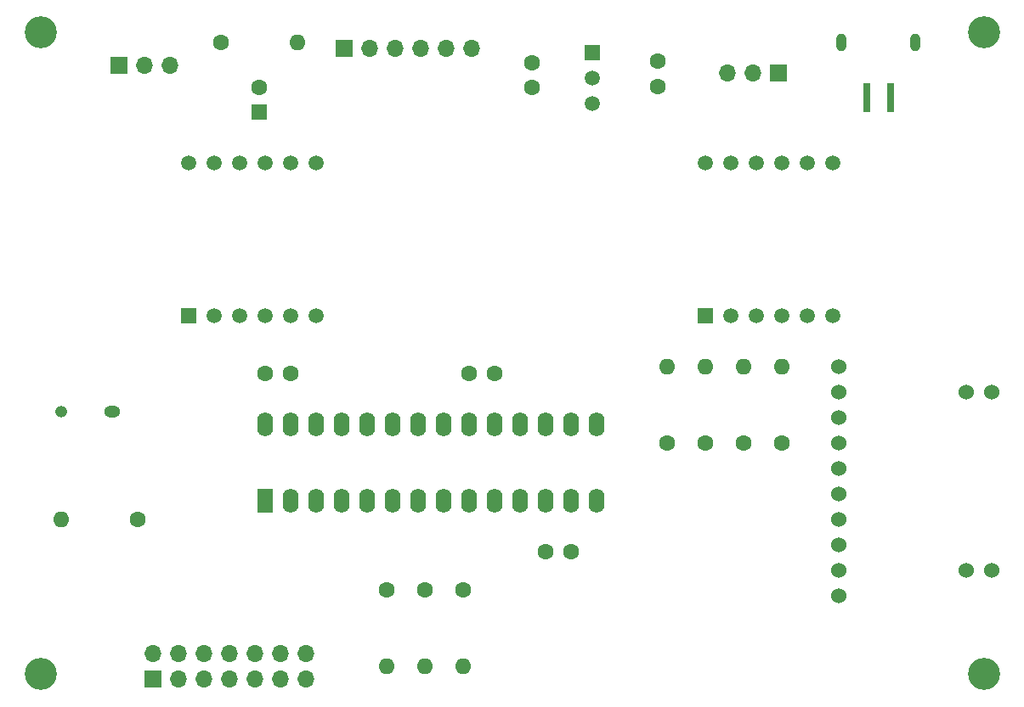
<source format=gts>
G04 #@! TF.GenerationSoftware,KiCad,Pcbnew,(5.1.9)-1*
G04 #@! TF.CreationDate,2022-05-03T11:16:20+09:00*
G04 #@! TF.ProjectId,ZK80,5a4b3830-2e6b-4696-9361-645f70636258,rev?*
G04 #@! TF.SameCoordinates,PX2625a00PY9896800*
G04 #@! TF.FileFunction,Soldermask,Top*
G04 #@! TF.FilePolarity,Negative*
%FSLAX46Y46*%
G04 Gerber Fmt 4.6, Leading zero omitted, Abs format (unit mm)*
G04 Created by KiCad (PCBNEW (5.1.9)-1) date 2022-05-03 11:16:20*
%MOMM*%
%LPD*%
G01*
G04 APERTURE LIST*
%ADD10C,3.200000*%
%ADD11R,1.600000X1.600000*%
%ADD12C,1.600000*%
%ADD13R,1.700000X1.700000*%
%ADD14O,1.700000X1.700000*%
%ADD15C,1.524000*%
%ADD16O,1.000000X1.800000*%
%ADD17R,0.700000X3.000000*%
%ADD18O,1.600000X1.200000*%
%ADD19O,1.200000X1.200000*%
%ADD20O,1.600000X1.600000*%
%ADD21C,1.500000*%
%ADD22R,1.500000X1.500000*%
%ADD23R,1.600000X2.400000*%
%ADD24O,1.600000X2.400000*%
G04 APERTURE END LIST*
D10*
X3000000Y67000000D03*
X97000000Y67000000D03*
X97000000Y3000000D03*
X3000000Y3000000D03*
D11*
X24765000Y59055000D03*
D12*
X24765000Y61555000D03*
X53340000Y15240000D03*
X55840000Y15240000D03*
X27900000Y33020000D03*
X25400000Y33020000D03*
X45720000Y33020000D03*
X48220000Y33020000D03*
X64500000Y61635000D03*
X64500000Y64135000D03*
X52000000Y61500000D03*
X52000000Y64000000D03*
D13*
X33274000Y65405000D03*
D14*
X35814000Y65405000D03*
X38354000Y65405000D03*
X40894000Y65405000D03*
X43434000Y65405000D03*
X45974000Y65405000D03*
D15*
X82550000Y33655000D03*
X82550000Y31115000D03*
X82550000Y28575000D03*
X82550000Y26035000D03*
X82550000Y23495000D03*
X82550000Y20955000D03*
X82550000Y18415000D03*
X82550000Y15875000D03*
X82550000Y13335000D03*
X82550000Y10795000D03*
X95250000Y31115000D03*
X97790000Y31115000D03*
X95250000Y13335000D03*
X97790000Y13335000D03*
D16*
X82750000Y66000000D03*
X90150000Y66000000D03*
D17*
X85300000Y60500000D03*
X87700000Y60500000D03*
D13*
X14224000Y2540000D03*
D14*
X14224000Y5080000D03*
X16764000Y2540000D03*
X16764000Y5080000D03*
X19304000Y2540000D03*
X19304000Y5080000D03*
X21844000Y2540000D03*
X21844000Y5080000D03*
X24384000Y2540000D03*
X24384000Y5080000D03*
X26924000Y2540000D03*
X26924000Y5080000D03*
X29464000Y2540000D03*
X29464000Y5080000D03*
D18*
X10160000Y29210000D03*
D19*
X5080000Y29210000D03*
D12*
X20955000Y66040000D03*
D20*
X28575000Y66040000D03*
X65405000Y33655000D03*
D12*
X65405000Y26035000D03*
X69215000Y26035000D03*
D20*
X69215000Y33655000D03*
X73025000Y33655000D03*
D12*
X73025000Y26035000D03*
X76835000Y26035000D03*
D20*
X76835000Y33655000D03*
D12*
X12700000Y18415000D03*
D20*
X5080000Y18415000D03*
X37465000Y3810000D03*
D12*
X37465000Y11430000D03*
X41275000Y11430000D03*
D20*
X41275000Y3810000D03*
X45085000Y3810000D03*
D12*
X45085000Y11430000D03*
D14*
X15875000Y63754000D03*
X13335000Y63754000D03*
D13*
X10795000Y63754000D03*
X76500000Y63000000D03*
D14*
X73960000Y63000000D03*
X71420000Y63000000D03*
D21*
X17780000Y53975000D03*
X20320000Y53975000D03*
X22860000Y53975000D03*
X25400000Y53975000D03*
X27940000Y53975000D03*
X30480000Y53975000D03*
X30480000Y38735000D03*
X27940000Y38735000D03*
X25400000Y38735000D03*
X22860000Y38735000D03*
X20320000Y38735000D03*
D22*
X17780000Y38735000D03*
X69215000Y38735000D03*
D21*
X71755000Y38735000D03*
X74295000Y38735000D03*
X76835000Y38735000D03*
X79375000Y38735000D03*
X81915000Y38735000D03*
X81915000Y53975000D03*
X79375000Y53975000D03*
X76835000Y53975000D03*
X74295000Y53975000D03*
X71755000Y53975000D03*
X69215000Y53975000D03*
D23*
X25400000Y20320000D03*
D24*
X58420000Y27940000D03*
X27940000Y20320000D03*
X55880000Y27940000D03*
X30480000Y20320000D03*
X53340000Y27940000D03*
X33020000Y20320000D03*
X50800000Y27940000D03*
X35560000Y20320000D03*
X48260000Y27940000D03*
X38100000Y20320000D03*
X45720000Y27940000D03*
X40640000Y20320000D03*
X43180000Y27940000D03*
X43180000Y20320000D03*
X40640000Y27940000D03*
X45720000Y20320000D03*
X38100000Y27940000D03*
X48260000Y20320000D03*
X35560000Y27940000D03*
X50800000Y20320000D03*
X33020000Y27940000D03*
X53340000Y20320000D03*
X30480000Y27940000D03*
X55880000Y20320000D03*
X27940000Y27940000D03*
X58420000Y20320000D03*
X25400000Y27940000D03*
D21*
X58000000Y62460000D03*
X58000000Y59920000D03*
D22*
X58000000Y65000000D03*
M02*

</source>
